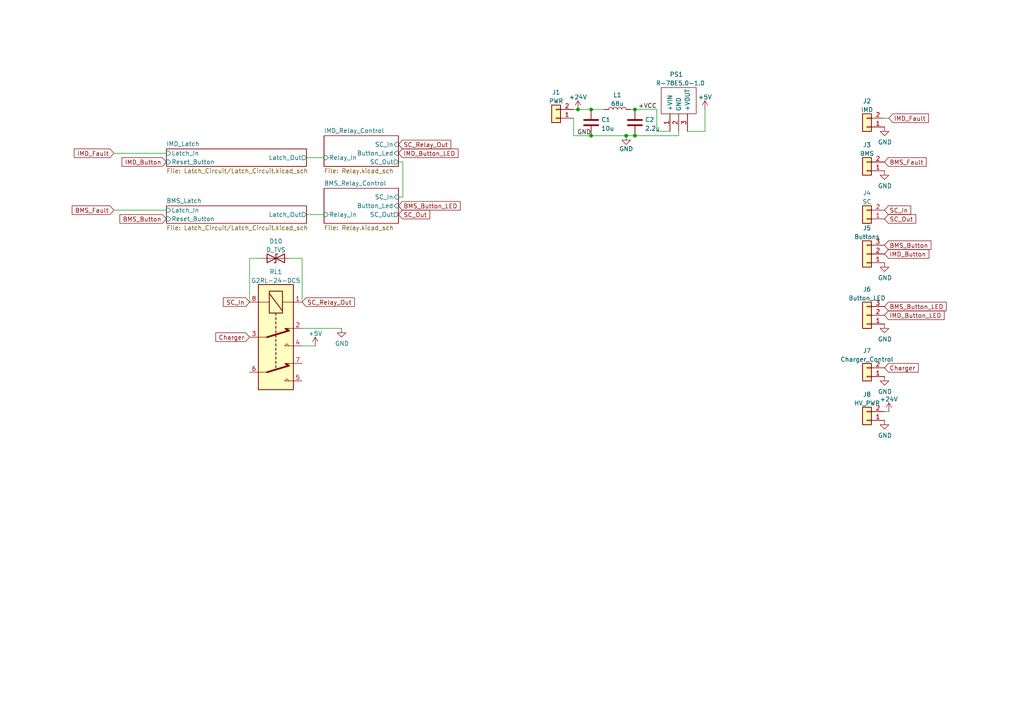
<source format=kicad_sch>
(kicad_sch (version 20211123) (generator eeschema)
  (paper "A4")
  (lib_symbols
    (symbol "Connector_Generic:Conn_01x02" (pin_names (offset 1.016) hide)
      (property "Reference" "J" (at 0 2.54 0))
      (property "Value" "Conn_01x02" (at 0 -5.08 0))
      (symbol "Conn_01x02_1_1"
        (rectangle (start -1.27 -2.413) (end 0 -2.667) (stroke (width 0.1524)))
        (rectangle (start -1.27 0.127) (end 0 -0.127) (stroke (width 0.1524)))
        (rectangle (start -1.27 1.27) (end 1.27 -3.81) (stroke (width 0.254)) (fill (type background)))
        (pin passive line (at -5.08 0 0) (length 3.81) (name "Pin_1") (number "1"))
        (pin passive line (at -5.08 -2.54 0) (length 3.81) (name "Pin_2") (number "2"))
      )
    )
    (symbol "Connector_Generic:Conn_01x03" (pin_names (offset 1.016) hide)
      (property "Reference" "J" (at 0 5.08 0))
      (property "Value" "Conn_01x03" (at 0 -5.08 0))
      (symbol "Conn_01x03_1_1"
        (rectangle (start -1.27 -2.413) (end 0 -2.667) (stroke (width 0.1524)))
        (rectangle (start -1.27 0.127) (end 0 -0.127) (stroke (width 0.1524)))
        (rectangle (start -1.27 2.667) (end 0 2.413) (stroke (width 0.1524)))
        (rectangle (start -1.27 3.81) (end 1.27 -3.81) (stroke (width 0.254)) (fill (type background)))
        (pin passive line (at -5.08 2.54 0) (length 3.81) (name "Pin_1") (number "1"))
        (pin passive line (at -5.08 0 0) (length 3.81) (name "Pin_2") (number "2"))
        (pin passive line (at -5.08 -2.54 0) (length 3.81) (name "Pin_3") (number "3"))
      )
    )
    (symbol "Device:C" (pin_numbers hide) (pin_names (offset 0.254))
      (property "Reference" "C" (at 0.635 2.54 0))
      (property "Value" "C" (at 0.635 -2.54 0))
      (symbol "C_0_1"
        (polyline (pts (xy -2.032 -0.762) (xy 2.032 -0.762)) (stroke (width 0.508)))
        (polyline (pts (xy -2.032 0.762) (xy 2.032 0.762)) (stroke (width 0.508)))
      )
      (symbol "C_1_1"
        (pin passive line (at 0 3.81 270) (length 2.794) (name "~") (number "1"))
        (pin passive line (at 0 -3.81 90) (length 2.794) (name "~") (number "2"))
      )
    )
    (symbol "Device:D_TVS" (pin_numbers hide) (pin_names (offset 1.016) hide)
      (property "Reference" "D" (at 0 2.54 0))
      (property "Value" "D_TVS" (at 0 -2.54 0))
      (symbol "D_TVS_0_1"
        (polyline (pts (xy 1.27 0) (xy -1.27 0)))
        (polyline (pts (xy 0.508 1.27) (xy 0 1.27) (xy 0 -1.27) (xy -0.508 -1.27)) (stroke (width 0.254)))
        (polyline (pts (xy -2.54 1.27) (xy -2.54 -1.27) (xy 2.54 1.27) (xy 2.54 -1.27) (xy -2.54 1.27)) (stroke (width 0.254)))
      )
      (symbol "D_TVS_1_1"
        (pin passive line (at -3.81 0 0) (length 2.54) (name "A1") (number "1"))
        (pin passive line (at 3.81 0 180) (length 2.54) (name "A2") (number "2"))
      )
    )
    (symbol "Device:L" (pin_numbers hide) (pin_names (offset 1.016) hide)
      (property "Reference" "L" (at -1.27 0 90))
      (property "Value" "L" (at 1.905 0 90))
      (symbol "L_0_1"
        (arc (start 0 -2.54) (mid 0.635 -1.905) (end 0 -1.27))
        (arc (start 0 -1.27) (mid 0.635 -0.635) (end 0 0))
        (arc (start 0 0) (mid 0.635 0.635) (end 0 1.27))
        (arc (start 0 1.27) (mid 0.635 1.905) (end 0 2.54))
      )
      (symbol "L_1_1"
        (pin passive line (at 0 3.81 270) (length 1.27) (name "1") (number "1"))
        (pin passive line (at 0 -3.81 90) (length 1.27) (name "2") (number "2"))
      )
    )
    (symbol "Relay:G2RL-24-DC5"
      (property "Reference" "RL" (at 16.51 3.81 0))
      (property "Value" "G2RL-24-DC5" (at 16.51 1.27 0))
      (symbol "G2RL-24-DC5_0_1"
        (rectangle (start -15.24 5.08) (end 15.24 -5.08) (stroke (width 0.254)) (fill (type background)))
        (rectangle (start -13.335 1.905) (end -6.985 -1.905) (stroke (width 0.254)))
        (polyline (pts (xy -12.7 -1.905) (xy -7.62 1.905)) (stroke (width 0.254)))
        (polyline (pts (xy -10.16 -5.08) (xy -10.16 -1.905)))
        (polyline (pts (xy -10.16 5.08) (xy -10.16 1.905)))
        (polyline (pts (xy -6.985 0) (xy -6.35 0)) (stroke (width 0.254)))
        (polyline (pts (xy -5.715 0) (xy -5.08 0)) (stroke (width 0.254)))
        (polyline (pts (xy -4.445 0) (xy -3.81 0)) (stroke (width 0.254)))
        (polyline (pts (xy -3.175 0) (xy -2.54 0)) (stroke (width 0.254)))
        (polyline (pts (xy -1.905 0) (xy -1.27 0)) (stroke (width 0.254)))
        (polyline (pts (xy -0.635 0) (xy 0 0)) (stroke (width 0.254)))
        (polyline (pts (xy 0 -2.54) (xy -1.905 3.81)) (stroke (width 0.508)))
        (polyline (pts (xy 0 -2.54) (xy 0 -5.08)))
        (polyline (pts (xy 0.635 0) (xy 1.27 0)) (stroke (width 0.254)))
        (polyline (pts (xy 1.905 0) (xy 2.54 0)) (stroke (width 0.254)))
        (polyline (pts (xy 3.175 0) (xy 3.81 0)) (stroke (width 0.254)))
        (polyline (pts (xy 4.445 0) (xy 5.08 0)) (stroke (width 0.254)))
        (polyline (pts (xy 5.715 0) (xy 6.35 0)) (stroke (width 0.254)))
        (polyline (pts (xy 6.985 0) (xy 7.62 0)) (stroke (width 0.254)))
        (polyline (pts (xy 8.255 0) (xy 8.89 0)) (stroke (width 0.254)))
        (polyline (pts (xy 10.16 -2.54) (xy 8.255 3.81)) (stroke (width 0.508)))
        (polyline (pts (xy 10.16 -2.54) (xy 10.16 -5.08)))
        (polyline (pts (xy -2.54 5.08) (xy -2.54 2.54) (xy -1.905 3.175) (xy -2.54 3.81)) (fill (type outline)))
        (polyline (pts (xy 2.54 5.08) (xy 2.54 2.54) (xy 1.905 3.175) (xy 2.54 3.81)))
        (polyline (pts (xy 7.62 5.08) (xy 7.62 2.54) (xy 8.255 3.175) (xy 7.62 3.81)) (fill (type outline)))
        (polyline (pts (xy 12.7 5.08) (xy 12.7 2.54) (xy 12.065 3.175) (xy 12.7 3.81)))
      )
      (symbol "G2RL-24-DC5_1_1"
        (pin passive line (at -10.16 7.62 270) (length 2.54) (name "~") (number "1"))
        (pin passive line (at -2.54 7.62 270) (length 2.54) (name "~") (number "2"))
        (pin passive line (at 0 -7.62 90) (length 2.54) (name "~") (number "3"))
        (pin passive line (at 2.54 7.62 270) (length 2.54) (name "~") (number "4"))
        (pin passive line (at 12.7 7.62 270) (length 2.54) (name "~") (number "5"))
        (pin passive line (at 10.16 -7.62 90) (length 2.54) (name "~") (number "6"))
        (pin passive line (at 7.62 7.62 270) (length 2.54) (name "~") (number "7"))
        (pin passive line (at -10.16 -7.62 90) (length 2.54) (name "~") (number "8"))
      )
    )
    (symbol "SamacSys_Parts:R-78E5.0-1.0" (pin_names (offset 0.762))
      (property "Reference" "PS" (at -1.27 8.89 0))
      (property "Value" "R-78E5.0-1.0" (at -6.35 6.35 0))
      (symbol "R-78E5.0-1.0_0_0"
        (pin passive line (at -8.89 2.54 0) (length 5.08) (name "+VIN") (number "1"))
        (pin passive line (at -8.89 0 0) (length 5.08) (name "GND") (number "2"))
        (pin passive line (at -8.89 -2.54 0) (length 5.08) (name "+VOUT") (number "3"))
      )
      (symbol "R-78E5.0-1.0_0_1"
        (polyline (pts (xy -3.81 5.08) (xy 3.81 5.08) (xy 3.81 -5.08) (xy -3.81 -5.08) (xy -3.81 5.08)) (stroke (width 0.1524)))
      )
    )
    (symbol "power:+24V" (power) (pin_names (offset 0))
      (property "Value" "+24V" (at 0 3.556 0))
      (symbol "+24V_0_1"
        (polyline (pts (xy -0.762 1.27) (xy 0 2.54)))
        (polyline (pts (xy 0 0) (xy 0 2.54)))
        (polyline (pts (xy 0 2.54) (xy 0.762 1.27)))
      )
      (symbol "+24V_1_1"
        (pin power_in line (at 0 0 90) (length 0) hide (name "+24V") (number "1"))
      )
    )
    (symbol "power:+5V" (power) (pin_names (offset 0))
      (property "Value" "+5V" (at 0 3.556 0))
      (symbol "+5V_0_1"
        (polyline (pts (xy -0.762 1.27) (xy 0 2.54)))
        (polyline (pts (xy 0 0) (xy 0 2.54)))
        (polyline (pts (xy 0 2.54) (xy 0.762 1.27)))
      )
      (symbol "+5V_1_1"
        (pin power_in line (at 0 0 90) (length 0) hide (name "+5V") (number "1"))
      )
    )
    (symbol "power:GND" (power) (pin_names (offset 0))
      (property "Value" "GND" (at 0 -3.81 0))
      (symbol "GND_0_1"
        (polyline (pts (xy 0 0) (xy 0 -1.27) (xy 1.27 -1.27) (xy 0 -2.54) (xy -1.27 -1.27) (xy 0 -1.27)))
      )
      (symbol "GND_1_1"
        (pin power_in line (at 0 0 270) (length 0) hide (name "GND") (number "1"))
      )
    )
  )
  (junction (at 171.45 39.37))
  (junction (at 167.64 31.75))
  (junction (at 184.15 31.75))
  (junction (at 184.15 39.37))
  (junction (at 171.45 31.75))
  (junction (at 181.61 39.37))
  (wire (pts (xy 116.84 57.15) (xy 115.57 57.15)))
  (wire (pts (xy 33.02 60.96) (xy 48.26 60.96)))
  (wire (pts (xy 171.45 31.75) (xy 167.64 31.75)))
  (wire (pts (xy 256.54 119.38) (xy 257.81 119.38)))
  (wire (pts (xy 196.85 39.37) (xy 184.15 39.37)))
  (wire (pts (xy 199.39 38.1) (xy 204.47 38.1)))
  (wire (pts (xy 88.9 45.72) (xy 93.98 45.72)))
  (wire (pts (xy 184.15 31.75) (xy 182.88 31.75)))
  (wire (pts (xy 204.47 38.1) (xy 204.47 31.75)))
  (wire (pts (xy 116.84 46.99) (xy 115.57 46.99)))
  (wire (pts (xy 91.44 100.33) (xy 87.63 100.33)))
  (wire (pts (xy 99.06 95.25) (xy 87.63 95.25)))
  (wire (pts (xy 184.15 39.37) (xy 181.61 39.37)))
  (wire (pts (xy 171.45 39.37) (xy 181.61 39.37)))
  (wire (pts (xy 257.81 34.29) (xy 256.54 34.29)))
  (wire (pts (xy 194.31 38.1) (xy 190.5 38.1)))
  (wire (pts (xy 33.02 44.45) (xy 48.26 44.45)))
  (wire (pts (xy 87.63 87.63) (xy 87.63 74.93)))
  (wire (pts (xy 190.5 38.1) (xy 190.5 31.75)))
  (wire (pts (xy 196.85 38.1) (xy 196.85 39.37)))
  (wire (pts (xy 175.26 31.75) (xy 171.45 31.75)))
  (wire (pts (xy 87.63 74.93) (xy 83.82 74.93)))
  (wire (pts (xy 116.84 46.99) (xy 116.84 57.15)))
  (wire (pts (xy 88.9 62.23) (xy 93.98 62.23)))
  (wire (pts (xy 166.37 39.37) (xy 171.45 39.37)))
  (wire (pts (xy 76.2 74.93) (xy 72.39 74.93)))
  (wire (pts (xy 72.39 74.93) (xy 72.39 87.63)))
  (wire (pts (xy 166.37 34.29) (xy 166.37 39.37)))
  (wire (pts (xy 190.5 31.75) (xy 184.15 31.75)))
  (wire (pts (xy 166.37 31.75) (xy 167.64 31.75)))
  (label "+VCC" (at 190.5 31.75 180))
  (label "GND" (at 171.45 39.37 180))
  (global_label "BMS_Button" (shape input) (at 256.54 71.12 0) (property "Intersheet References" "${INTERSHEET_REFS}" (effects hide)))
  (global_label "IMD_Button_LED" (shape input) (at 115.57 44.45 0) (property "Intersheet References" "${INTERSHEET_REFS}" (effects hide)))
  (global_label "SC_Relay_Out" (shape input) (at 87.63 87.63 0) (property "Intersheet References" "${INTERSHEET_REFS}" (effects hide)))
  (global_label "SC_In" (shape input) (at 72.39 87.63 180) (property "Intersheet References" "${INTERSHEET_REFS}" (effects hide)))
  (global_label "IMD_Button" (shape input) (at 48.26 46.99 180) (property "Intersheet References" "${INTERSHEET_REFS}" (effects hide)))
  (global_label "BMS_Button_LED" (shape input) (at 115.57 59.69 0) (property "Intersheet References" "${INTERSHEET_REFS}" (effects hide)))
  (global_label "Charger" (shape input) (at 72.39 97.79 180) (property "Intersheet References" "${INTERSHEET_REFS}" (effects hide)))
  (global_label "BMS_Fault" (shape input) (at 33.02 60.96 180) (property "Intersheet References" "${INTERSHEET_REFS}" (effects hide)))
  (global_label "Charger" (shape input) (at 256.54 106.68 0) (property "Intersheet References" "${INTERSHEET_REFS}" (effects hide)))
  (global_label "IMD_Button_LED" (shape input) (at 256.54 91.44 0) (property "Intersheet References" "${INTERSHEET_REFS}" (effects hide)))
  (global_label "SC_Out" (shape input) (at 256.54 63.5 0) (property "Intersheet References" "${INTERSHEET_REFS}" (effects hide)))
  (global_label "BMS_Button_LED" (shape input) (at 256.54 88.9 0) (property "Intersheet References" "${INTERSHEET_REFS}" (effects hide)))
  (global_label "BMS_Button" (shape input) (at 48.26 63.5 180) (property "Intersheet References" "${INTERSHEET_REFS}" (effects hide)))
  (global_label "IMD_Fault" (shape input) (at 33.02 44.45 180) (property "Intersheet References" "${INTERSHEET_REFS}" (effects hide)))
  (global_label "IMD_Button" (shape input) (at 256.54 73.66 0) (property "Intersheet References" "${INTERSHEET_REFS}" (effects hide)))
  (global_label "SC_Relay_Out" (shape input) (at 115.57 41.91 0) (property "Intersheet References" "${INTERSHEET_REFS}" (effects hide)))
  (global_label "IMD_Fault" (shape input) (at 257.81 34.29 0) (property "Intersheet References" "${INTERSHEET_REFS}" (effects hide)))
  (global_label "BMS_Fault" (shape input) (at 256.54 46.99 0) (property "Intersheet References" "${INTERSHEET_REFS}" (effects hide)))
  (global_label "SC_Out" (shape input) (at 115.57 62.23 0) (property "Intersheet References" "${INTERSHEET_REFS}" (effects hide)))
  (global_label "SC_In" (shape input) (at 256.54 60.96 0) (property "Intersheet References" "${INTERSHEET_REFS}" (effects hide)))
  (symbol (lib_id "Connector_Generic:Conn_01x03") (at 251.46 91.44 180) (unit 1)
    (property "Reference" "J6" (at 251.46 83.9302 0))
    (property "Value" "Button_LED" (at 251.46 86.4671 0))
    (property "Footprint" "Connector_JST:JST_VH_B3P-VH-B_1x03_P3.96mm_Vertical" (effects hide))
  )
  (symbol (lib_id "power:GND") (at 256.54 93.98 0) (unit 1)
    (property "Reference" "#PWR0111" (effects hide))
    (property "Value" "GND" (at 256.667 98.3742 0))
  )
  (symbol (lib_id "Device:C") (at 171.45 35.56 0) (unit 1)
    (property "Reference" "C1" (at 174.371 34.7253 0) (effects (justify left)))
    (property "Value" "10u" (at 174.371 37.2622 0) (effects (justify left)))
    (property "Footprint" "Capacitor_SMD:C_1206_3216Metric_Pad1.33x1.80mm_HandSolder" (effects hide))
  )
  (symbol (lib_id "power:GND") (at 256.54 36.83 0) (unit 1)
    (property "Reference" "#PWR0109" (effects hide))
    (property "Value" "GND" (at 256.667 41.2242 0))
  )
  (symbol (lib_id "Connector_Generic:Conn_01x02") (at 251.46 109.22 180) (unit 1)
    (property "Reference" "J7" (at 251.46 101.7102 0))
    (property "Value" "Charger_Control" (at 251.46 104.2471 0))
    (property "Footprint" "Connector_JST:JST_VH_B2P-VH-B_1x02_P3.96mm_Vertical" (effects hide))
  )
  (symbol (lib_id "Connector_Generic:Conn_01x02") (at 251.46 121.92 180) (unit 1)
    (property "Reference" "J8" (at 251.46 114.4102 0))
    (property "Value" "HV_PWR" (at 251.46 116.9471 0))
    (property "Footprint" "Connector_JST:JST_VH_B2P-VH-B_1x02_P3.96mm_Vertical" (effects hide))
  )
  (symbol (lib_id "Connector_Generic:Conn_01x02") (at 251.46 49.53 180) (unit 1)
    (property "Reference" "J3" (at 251.46 42.0202 0))
    (property "Value" "BMS" (at 251.46 44.5571 0))
    (property "Footprint" "Connector_JST:JST_VH_B2P-VH-B_1x02_P3.96mm_Vertical" (effects hide))
  )
  (symbol (lib_id "Relay:G2RL-24-DC5") (at 80.01 97.79 270) (unit 1)
    (property "Reference" "RL1" (at 80.01 78.8502 90))
    (property "Value" "G2RL-24-DC5" (at 80.01 81.3871 90))
    (property "Footprint" "Relay_THT:Relay_DPDT_Omron_G2RL" (effects hide))
    (property "Datasheet" "https://omronfs.omron.com/en_US/ecb/products/pdf/en-g2rl.pdf" (effects hide))
  )
  (symbol (lib_id "power:+24V") (at 257.81 119.38 0) (unit 1)
    (property "Reference" "#PWR0149" (effects hide))
    (property "Value" "+24V" (at 257.81 115.8042 0))
  )
  (symbol (lib_id "power:GND") (at 256.54 121.92 0) (unit 1)
    (property "Reference" "#PWR0148" (effects hide))
    (property "Value" "GND" (at 256.667 126.3142 0))
  )
  (symbol (lib_id "Device:C") (at 184.15 35.56 0) (unit 1)
    (property "Reference" "C2" (at 187.071 34.7253 0) (effects (justify left)))
    (property "Value" "2.2u" (at 187.071 37.2622 0) (effects (justify left)))
    (property "Footprint" "Capacitor_SMD:C_1206_3216Metric_Pad1.33x1.80mm_HandSolder" (effects hide))
  )
  (symbol (lib_id "Device:D_TVS") (at 80.01 74.93 0) (unit 1)
    (property "Reference" "D10" (at 80.01 69.9602 0))
    (property "Value" "D_TVS" (at 80.01 72.4971 0))
    (property "Footprint" "Diode_THT:D_DO-15_P15.24mm_Horizontal" (effects hide))
  )
  (symbol (lib_id "Connector_Generic:Conn_01x02") (at 251.46 36.83 180) (unit 1)
    (property "Reference" "J2" (at 251.46 29.3202 0))
    (property "Value" "IMD" (at 251.46 31.8571 0))
    (property "Footprint" "Connector_JST:JST_VH_B2P-VH-B_1x02_P3.96mm_Vertical" (effects hide))
  )
  (symbol (lib_id "power:GND") (at 256.54 76.2 0) (unit 1)
    (property "Reference" "#PWR0110" (effects hide))
    (property "Value" "GND" (at 256.667 80.5942 0))
  )
  (symbol (lib_id "power:GND") (at 256.54 109.22 0) (unit 1)
    (property "Reference" "#PWR0106" (effects hide))
    (property "Value" "GND" (at 256.667 113.6142 0))
  )
  (symbol (lib_id "Connector_Generic:Conn_01x02") (at 161.29 34.29 180) (unit 1)
    (property "Reference" "J1" (at 161.29 26.7802 0))
    (property "Value" "PWR" (at 161.29 29.3171 0))
    (property "Footprint" "Connector_JST:JST_VH_B2P-VH-B_1x02_P3.96mm_Vertical" (effects hide))
  )
  (symbol (lib_id "SamacSys_Parts:R-78E5.0-1.0") (at 196.85 29.21 90) (unit 1)
    (property "Reference" "PS1" (at 198.12 21.59 90) (effects (justify left)))
    (property "Value" "R-78E5.0-1.0" (at 204.47 24.13 90) (effects (justify left)))
    (property "Footprint" "SamacSys_Parts:R78B5020" (effects hide))
    (property "Datasheet" "http://www.recom-power.com/pdf/Innoline/R-78Exx-1.0.pdf" (effects hide))
    (property "Description" "Non-Isolated DC/DC Converters 8-28Vin 5V 1.0A THRU" (effects hide))
    (property "Height" "10.4" (effects hide))
    (property "Mouser Part Number" "919-R-78E5.0-1.0" (effects hide))
    (property "Mouser Price/Stock" "https://www.mouser.co.uk/ProductDetail/RECOM-Power/R-78E5.0-1.0?qs=T0XSgvH75d4EsZCU9I5HVA%3D%3D" (effects hide))
    (property "Manufacturer_Name" "RECOM Power" (effects hide))
    (property "Manufacturer_Part_Number" "R-78E5.0-1.0" (effects hide))
  )
  (symbol (lib_id "power:+5V") (at 91.44 100.33 0) (unit 1)
    (property "Reference" "#PWR0101" (effects hide))
    (property "Value" "+5V" (at 91.44 96.7542 0))
  )
  (symbol (lib_id "Connector_Generic:Conn_01x03") (at 251.46 73.66 180) (unit 1)
    (property "Reference" "J5" (at 251.46 66.1502 0))
    (property "Value" "Buttons" (at 251.46 68.6871 0))
    (property "Footprint" "Connector_JST:JST_VH_B3P-VH-B_1x03_P3.96mm_Vertical" (effects hide))
  )
  (symbol (lib_id "power:GND") (at 256.54 49.53 0) (unit 1)
    (property "Reference" "#PWR0108" (effects hide))
    (property "Value" "GND" (at 256.667 53.9242 0))
  )
  (symbol (lib_id "power:+5V") (at 204.47 31.75 0) (unit 1)
    (property "Reference" "#PWR0103" (effects hide))
    (property "Value" "+5V" (at 204.47 28.1742 0))
  )
  (symbol (lib_id "power:GND") (at 99.06 95.25 0) (unit 1)
    (property "Reference" "#PWR0102" (effects hide))
    (property "Value" "GND" (at 99.187 99.6442 0))
  )
  (symbol (lib_id "power:+24V") (at 167.64 31.75 0) (unit 1)
    (property "Reference" "#PWR0105" (effects hide))
    (property "Value" "+24V" (at 167.64 28.1742 0))
  )
  (symbol (lib_id "Device:L") (at 179.07 31.75 90) (unit 1)
    (property "Reference" "L1" (at 179.07 27.5422 90))
    (property "Value" "68u" (at 179.07 30.0791 90))
    (property "Footprint" "SamacSys_Parts:RLS686" (effects hide))
  )
  (symbol (lib_id "power:GND") (at 181.61 39.37 0) (unit 1)
    (property "Reference" "#PWR0104" (effects hide))
    (property "Value" "GND" (at 181.61 43.18 0))
  )
  (symbol (lib_id "Connector_Generic:Conn_01x02") (at 251.46 63.5 180) (unit 1)
    (property "Reference" "J4" (at 251.46 55.9902 0))
    (property "Value" "SC" (at 251.46 58.5271 0))
    (property "Footprint" "Connector_JST:JST_VH_B2P-VH-B_1x02_P3.96mm_Vertical" (effects hide))
  )
  (sheet (at 93.98 39.37) (size 21.59 8.89) (stroke (width 0.1524))
    (property "Sheet name" "IMD_Relay_Control" (at 93.98 38.6584 0) (effects (justify left bottom)))
    (property "Sheet file" "Relay.kicad_sch" (at 93.98 48.8446 0) (effects (justify left top)))
    (pin "Relay_In" input (at 93.98 45.72 180))
    (pin "SC_In" input (at 115.57 41.91 0))
    (pin "SC_Out" output (at 115.57 46.99 0))
    (pin "Button_Led" input (at 115.57 44.45 0))
  )
  (sheet (at 48.26 43.18) (size 40.64 5.08) (stroke (width 0.1524))
    (property "Sheet name" "IMD_Latch" (at 48.26 42.4684 0) (effects (justify left bottom)))
    (property "Sheet file" "Latch_Circuit/Latch_Circuit.kicad_sch" (at 48.26 48.8446 0) (effects (justify left top)))
    (pin "Latch_Out" output (at 88.9 45.72 0))
    (pin "Latch_In" input (at 48.26 44.45 180))
    (pin "Reset_Button" input (at 48.26 46.99 180))
  )
  (sheet (at 93.98 54.61) (size 21.59 10.16) (stroke (width 0.1524))
    (property "Sheet name" "BMS_Relay_Control" (at 93.98 53.8984 0) (effects (justify left bottom)))
    (property "Sheet file" "Relay.kicad_sch" (at 93.98 65.3546 0) (effects (justify left top)))
    (pin "Relay_In" input (at 93.98 62.23 180))
    (pin "SC_In" input (at 115.57 57.15 0))
    (pin "SC_Out" output (at 115.57 62.23 0))
    (pin "Button_Led" input (at 115.57 59.69 0))
  )
  (sheet (at 48.26 59.69) (size 40.64 5.08) (stroke (width 0.1524))
    (property "Sheet name" "BMS_Latch" (at 48.26 58.9784 0) (effects (justify left bottom)))
    (property "Sheet file" "Latch_Circuit/Latch_Circuit.kicad_sch" (at 48.26 65.3546 0) (effects (justify left top)))
    (pin "Latch_Out" output (at 88.9 62.23 0))
    (pin "Latch_In" input (at 48.26 60.96 180))
    (pin "Reset_Button" input (at 48.26 63.5 180))
  )
)
</source>
